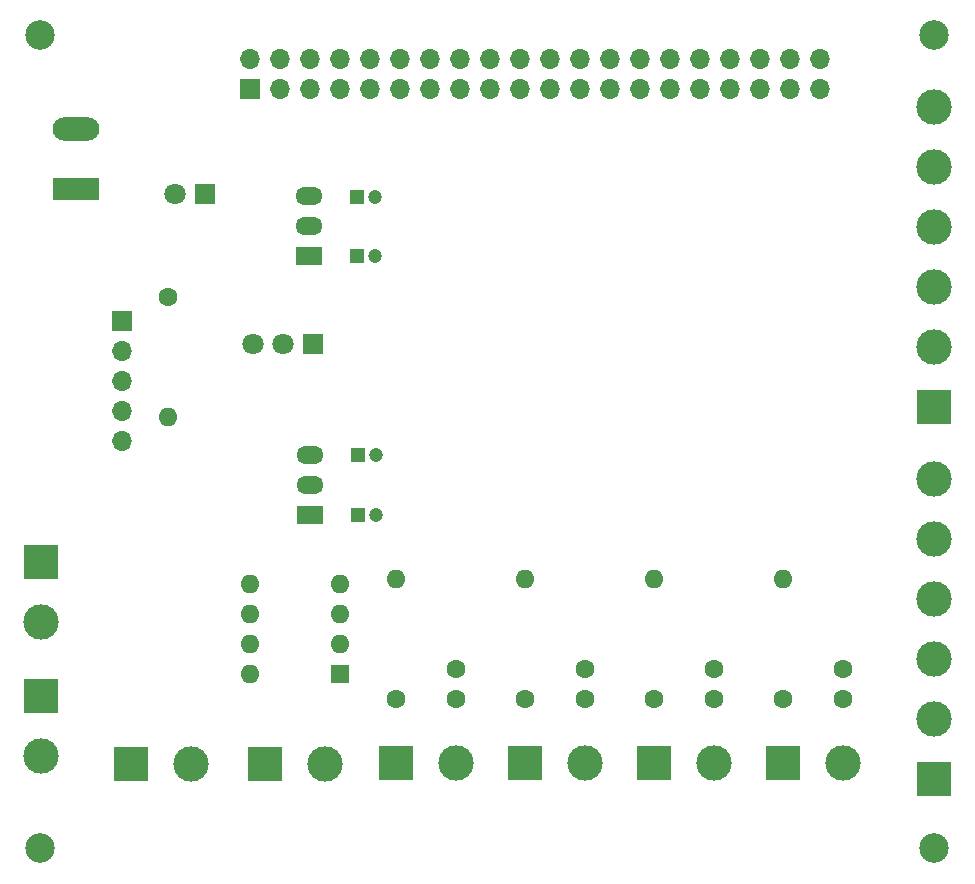
<source format=gbs>
%TF.GenerationSoftware,KiCad,Pcbnew,6.0.5*%
%TF.CreationDate,2022-06-15T21:06:15+00:00*%
%TF.ProjectId,MicroBot - connector board,4d696372-6f42-46f7-9420-2d20636f6e6e,rev?*%
%TF.SameCoordinates,Original*%
%TF.FileFunction,Soldermask,Bot*%
%TF.FilePolarity,Negative*%
%FSLAX46Y46*%
G04 Gerber Fmt 4.6, Leading zero omitted, Abs format (unit mm)*
G04 Created by KiCad (PCBNEW 6.0.5) date 2022-06-15 21:06:15*
%MOMM*%
%LPD*%
G01*
G04 APERTURE LIST*
%ADD10C,1.600000*%
%ADD11R,3.000000X3.000000*%
%ADD12C,3.000000*%
%ADD13R,1.700000X1.700000*%
%ADD14O,1.700000X1.700000*%
%ADD15R,3.960000X1.980000*%
%ADD16O,3.960000X1.980000*%
%ADD17C,2.500000*%
%ADD18R,1.800000X1.800000*%
%ADD19C,1.800000*%
%ADD20O,1.600000X1.600000*%
%ADD21R,1.200000X1.200000*%
%ADD22C,1.200000*%
%ADD23R,2.300000X1.500000*%
%ADD24O,2.300000X1.500000*%
%ADD25R,1.600000X1.600000*%
G04 APERTURE END LIST*
D10*
X138448489Y-119628989D03*
X138448489Y-122128989D03*
D11*
X133344489Y-127577989D03*
D12*
X138424489Y-127577989D03*
D13*
X120990989Y-70485000D03*
D14*
X120990989Y-67945000D03*
X123530989Y-70485000D03*
X123530989Y-67945000D03*
X126070989Y-70485000D03*
X126070989Y-67945000D03*
X128610989Y-70485000D03*
X128610989Y-67945000D03*
X131150989Y-70485000D03*
X131150989Y-67945000D03*
X133690989Y-70485000D03*
X133690989Y-67945000D03*
X136230989Y-70485000D03*
X136230989Y-67945000D03*
X138770989Y-70485000D03*
X138770989Y-67945000D03*
X141310989Y-70485000D03*
X141310989Y-67945000D03*
X143850989Y-70485000D03*
X143850989Y-67945000D03*
X146390989Y-70485000D03*
X146390989Y-67945000D03*
X148930989Y-70485000D03*
X148930989Y-67945000D03*
X151470989Y-70485000D03*
X151470989Y-67945000D03*
X154010989Y-70485000D03*
X154010989Y-67945000D03*
X156550989Y-70485000D03*
X156550989Y-67945000D03*
X159090989Y-70485000D03*
X159090989Y-67945000D03*
X161630989Y-70485000D03*
X161630989Y-67945000D03*
X164170989Y-70485000D03*
X164170989Y-67945000D03*
X166710989Y-70485000D03*
X166710989Y-67945000D03*
X169250989Y-70485000D03*
X169250989Y-67945000D03*
D15*
X106253989Y-78965000D03*
D16*
X106253989Y-73885000D03*
D17*
X103205989Y-134765489D03*
D18*
X117175000Y-79400000D03*
D19*
X114635000Y-79400000D03*
D11*
X103300000Y-121900000D03*
D12*
X103300000Y-126980000D03*
D11*
X178897989Y-97427489D03*
D12*
X178897989Y-92347489D03*
X178897989Y-87267489D03*
X178897989Y-82187489D03*
X178897989Y-77107489D03*
X178897989Y-72027489D03*
D11*
X103300000Y-110500000D03*
D12*
X103300000Y-115580000D03*
D18*
X126324989Y-92094489D03*
D19*
X123784989Y-92094489D03*
X121244989Y-92094489D03*
D11*
X110900000Y-127600000D03*
D12*
X115980000Y-127600000D03*
D11*
X122300000Y-127600000D03*
D12*
X127380000Y-127600000D03*
D17*
X178897989Y-65931489D03*
D11*
X144290489Y-127577989D03*
D12*
X149370489Y-127577989D03*
D10*
X114100000Y-88120000D03*
D20*
X114100000Y-98280000D03*
D21*
X130169390Y-106571489D03*
D22*
X131669390Y-106571489D03*
D17*
X103205989Y-65931489D03*
D10*
X133368489Y-122128989D03*
D20*
X133368489Y-111968989D03*
D10*
X144290489Y-122128989D03*
D20*
X144290489Y-111968989D03*
D13*
X110145989Y-90170000D03*
D14*
X110145989Y-92710000D03*
X110145989Y-95250000D03*
X110145989Y-97790000D03*
X110145989Y-100330000D03*
D11*
X166134489Y-127577989D03*
D12*
X171214489Y-127577989D03*
D10*
X160292489Y-119628989D03*
X160292489Y-122128989D03*
X149370489Y-119628989D03*
X149370489Y-122128989D03*
X171214489Y-119628989D03*
X171214489Y-122128989D03*
X166134489Y-122128989D03*
D20*
X166134489Y-111968989D03*
D10*
X155212489Y-122128989D03*
D20*
X155212489Y-111968989D03*
D23*
X126065989Y-106532088D03*
D24*
X126065989Y-103992088D03*
X126065989Y-101452088D03*
D17*
X178897989Y-134765489D03*
D21*
X130169390Y-101491489D03*
D22*
X131669390Y-101491489D03*
D25*
X128595989Y-120023489D03*
D20*
X128595989Y-117483489D03*
X128595989Y-114943489D03*
X128595989Y-112403489D03*
X120975989Y-112403489D03*
X120975989Y-114943489D03*
X120975989Y-117483489D03*
X120975989Y-120023489D03*
D23*
X125987489Y-84634489D03*
D24*
X125987489Y-82094489D03*
X125987489Y-79554489D03*
D21*
X130075489Y-79593890D03*
D22*
X131575489Y-79593890D03*
D11*
X178897989Y-128923489D03*
D12*
X178897989Y-123843489D03*
X178897989Y-118763489D03*
X178897989Y-113683489D03*
X178897989Y-108603489D03*
X178897989Y-103523489D03*
D11*
X155212489Y-127577989D03*
D12*
X160292489Y-127577989D03*
D21*
X130090890Y-84634489D03*
D22*
X131590890Y-84634489D03*
M02*

</source>
